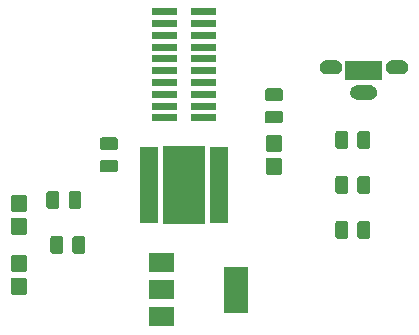
<source format=gbr>
G04 #@! TF.GenerationSoftware,KiCad,Pcbnew,(5.1.2)-2*
G04 #@! TF.CreationDate,2019-11-17T20:51:39-03:00*
G04 #@! TF.ProjectId,circuit,63697263-7569-4742-9e6b-696361645f70,rev?*
G04 #@! TF.SameCoordinates,Original*
G04 #@! TF.FileFunction,Soldermask,Top*
G04 #@! TF.FilePolarity,Negative*
%FSLAX46Y46*%
G04 Gerber Fmt 4.6, Leading zero omitted, Abs format (unit mm)*
G04 Created by KiCad (PCBNEW (5.1.2)-2) date 2019-11-17 20:51:39*
%MOMM*%
%LPD*%
G04 APERTURE LIST*
%ADD10C,0.100000*%
G04 APERTURE END LIST*
D10*
G36*
X157921000Y-86921000D02*
G01*
X155819000Y-86921000D01*
X155819000Y-85319000D01*
X157921000Y-85319000D01*
X157921000Y-86921000D01*
X157921000Y-86921000D01*
G37*
G36*
X164221000Y-85771000D02*
G01*
X162119000Y-85771000D01*
X162119000Y-81869000D01*
X164221000Y-81869000D01*
X164221000Y-85771000D01*
X164221000Y-85771000D01*
G37*
G36*
X157921000Y-84621000D02*
G01*
X155819000Y-84621000D01*
X155819000Y-83019000D01*
X157921000Y-83019000D01*
X157921000Y-84621000D01*
X157921000Y-84621000D01*
G37*
G36*
X145325781Y-82803295D02*
G01*
X145361816Y-82814227D01*
X145395024Y-82831977D01*
X145424134Y-82855866D01*
X145448023Y-82884976D01*
X145465773Y-82918184D01*
X145476705Y-82954219D01*
X145481000Y-82997831D01*
X145481000Y-84027169D01*
X145476705Y-84070781D01*
X145465773Y-84106816D01*
X145448023Y-84140024D01*
X145424134Y-84169134D01*
X145395024Y-84193023D01*
X145361816Y-84210773D01*
X145325781Y-84221705D01*
X145282169Y-84226000D01*
X144277831Y-84226000D01*
X144234219Y-84221705D01*
X144198184Y-84210773D01*
X144164976Y-84193023D01*
X144135866Y-84169134D01*
X144111977Y-84140024D01*
X144094227Y-84106816D01*
X144083295Y-84070781D01*
X144079000Y-84027169D01*
X144079000Y-82997831D01*
X144083295Y-82954219D01*
X144094227Y-82918184D01*
X144111977Y-82884976D01*
X144135866Y-82855866D01*
X144164976Y-82831977D01*
X144198184Y-82814227D01*
X144234219Y-82803295D01*
X144277831Y-82799000D01*
X145282169Y-82799000D01*
X145325781Y-82803295D01*
X145325781Y-82803295D01*
G37*
G36*
X157921000Y-82321000D02*
G01*
X155819000Y-82321000D01*
X155819000Y-80719000D01*
X157921000Y-80719000D01*
X157921000Y-82321000D01*
X157921000Y-82321000D01*
G37*
G36*
X145325781Y-80878295D02*
G01*
X145361816Y-80889227D01*
X145395024Y-80906977D01*
X145424134Y-80930866D01*
X145448023Y-80959976D01*
X145465773Y-80993184D01*
X145476705Y-81029219D01*
X145481000Y-81072831D01*
X145481000Y-82102169D01*
X145476705Y-82145781D01*
X145465773Y-82181816D01*
X145448023Y-82215024D01*
X145424134Y-82244134D01*
X145395024Y-82268023D01*
X145361816Y-82285773D01*
X145325781Y-82296705D01*
X145282169Y-82301000D01*
X144277831Y-82301000D01*
X144234219Y-82296705D01*
X144198184Y-82285773D01*
X144164976Y-82268023D01*
X144135866Y-82244134D01*
X144111977Y-82215024D01*
X144094227Y-82181816D01*
X144083295Y-82145781D01*
X144079000Y-82102169D01*
X144079000Y-81072831D01*
X144083295Y-81029219D01*
X144094227Y-80993184D01*
X144111977Y-80959976D01*
X144135866Y-80930866D01*
X144164976Y-80906977D01*
X144198184Y-80889227D01*
X144234219Y-80878295D01*
X144277831Y-80874000D01*
X145282169Y-80874000D01*
X145325781Y-80878295D01*
X145325781Y-80878295D01*
G37*
G36*
X150231968Y-79263565D02*
G01*
X150270638Y-79275296D01*
X150306277Y-79294346D01*
X150337517Y-79319983D01*
X150363154Y-79351223D01*
X150382204Y-79386862D01*
X150393935Y-79425532D01*
X150398500Y-79471888D01*
X150398500Y-80548112D01*
X150393935Y-80594468D01*
X150382204Y-80633138D01*
X150363154Y-80668777D01*
X150337517Y-80700017D01*
X150306277Y-80725654D01*
X150270638Y-80744704D01*
X150231968Y-80756435D01*
X150185612Y-80761000D01*
X149534388Y-80761000D01*
X149488032Y-80756435D01*
X149449362Y-80744704D01*
X149413723Y-80725654D01*
X149382483Y-80700017D01*
X149356846Y-80668777D01*
X149337796Y-80633138D01*
X149326065Y-80594468D01*
X149321500Y-80548112D01*
X149321500Y-79471888D01*
X149326065Y-79425532D01*
X149337796Y-79386862D01*
X149356846Y-79351223D01*
X149382483Y-79319983D01*
X149413723Y-79294346D01*
X149449362Y-79275296D01*
X149488032Y-79263565D01*
X149534388Y-79259000D01*
X150185612Y-79259000D01*
X150231968Y-79263565D01*
X150231968Y-79263565D01*
G37*
G36*
X148356968Y-79263565D02*
G01*
X148395638Y-79275296D01*
X148431277Y-79294346D01*
X148462517Y-79319983D01*
X148488154Y-79351223D01*
X148507204Y-79386862D01*
X148518935Y-79425532D01*
X148523500Y-79471888D01*
X148523500Y-80548112D01*
X148518935Y-80594468D01*
X148507204Y-80633138D01*
X148488154Y-80668777D01*
X148462517Y-80700017D01*
X148431277Y-80725654D01*
X148395638Y-80744704D01*
X148356968Y-80756435D01*
X148310612Y-80761000D01*
X147659388Y-80761000D01*
X147613032Y-80756435D01*
X147574362Y-80744704D01*
X147538723Y-80725654D01*
X147507483Y-80700017D01*
X147481846Y-80668777D01*
X147462796Y-80633138D01*
X147451065Y-80594468D01*
X147446500Y-80548112D01*
X147446500Y-79471888D01*
X147451065Y-79425532D01*
X147462796Y-79386862D01*
X147481846Y-79351223D01*
X147507483Y-79319983D01*
X147538723Y-79294346D01*
X147574362Y-79275296D01*
X147613032Y-79263565D01*
X147659388Y-79259000D01*
X148310612Y-79259000D01*
X148356968Y-79263565D01*
X148356968Y-79263565D01*
G37*
G36*
X172486968Y-77993565D02*
G01*
X172525638Y-78005296D01*
X172561277Y-78024346D01*
X172592517Y-78049983D01*
X172618154Y-78081223D01*
X172637204Y-78116862D01*
X172648935Y-78155532D01*
X172653500Y-78201888D01*
X172653500Y-79278112D01*
X172648935Y-79324468D01*
X172637204Y-79363138D01*
X172618154Y-79398777D01*
X172592517Y-79430017D01*
X172561277Y-79455654D01*
X172525638Y-79474704D01*
X172486968Y-79486435D01*
X172440612Y-79491000D01*
X171789388Y-79491000D01*
X171743032Y-79486435D01*
X171704362Y-79474704D01*
X171668723Y-79455654D01*
X171637483Y-79430017D01*
X171611846Y-79398777D01*
X171592796Y-79363138D01*
X171581065Y-79324468D01*
X171576500Y-79278112D01*
X171576500Y-78201888D01*
X171581065Y-78155532D01*
X171592796Y-78116862D01*
X171611846Y-78081223D01*
X171637483Y-78049983D01*
X171668723Y-78024346D01*
X171704362Y-78005296D01*
X171743032Y-77993565D01*
X171789388Y-77989000D01*
X172440612Y-77989000D01*
X172486968Y-77993565D01*
X172486968Y-77993565D01*
G37*
G36*
X174361968Y-77993565D02*
G01*
X174400638Y-78005296D01*
X174436277Y-78024346D01*
X174467517Y-78049983D01*
X174493154Y-78081223D01*
X174512204Y-78116862D01*
X174523935Y-78155532D01*
X174528500Y-78201888D01*
X174528500Y-79278112D01*
X174523935Y-79324468D01*
X174512204Y-79363138D01*
X174493154Y-79398777D01*
X174467517Y-79430017D01*
X174436277Y-79455654D01*
X174400638Y-79474704D01*
X174361968Y-79486435D01*
X174315612Y-79491000D01*
X173664388Y-79491000D01*
X173618032Y-79486435D01*
X173579362Y-79474704D01*
X173543723Y-79455654D01*
X173512483Y-79430017D01*
X173486846Y-79398777D01*
X173467796Y-79363138D01*
X173456065Y-79324468D01*
X173451500Y-79278112D01*
X173451500Y-78201888D01*
X173456065Y-78155532D01*
X173467796Y-78116862D01*
X173486846Y-78081223D01*
X173512483Y-78049983D01*
X173543723Y-78024346D01*
X173579362Y-78005296D01*
X173618032Y-77993565D01*
X173664388Y-77989000D01*
X174315612Y-77989000D01*
X174361968Y-77993565D01*
X174361968Y-77993565D01*
G37*
G36*
X145325781Y-77723295D02*
G01*
X145361816Y-77734227D01*
X145395024Y-77751977D01*
X145424134Y-77775866D01*
X145448023Y-77804976D01*
X145465773Y-77838184D01*
X145476705Y-77874219D01*
X145481000Y-77917831D01*
X145481000Y-78947169D01*
X145476705Y-78990781D01*
X145465773Y-79026816D01*
X145448023Y-79060024D01*
X145424134Y-79089134D01*
X145395024Y-79113023D01*
X145361816Y-79130773D01*
X145325781Y-79141705D01*
X145282169Y-79146000D01*
X144277831Y-79146000D01*
X144234219Y-79141705D01*
X144198184Y-79130773D01*
X144164976Y-79113023D01*
X144135866Y-79089134D01*
X144111977Y-79060024D01*
X144094227Y-79026816D01*
X144083295Y-78990781D01*
X144079000Y-78947169D01*
X144079000Y-77917831D01*
X144083295Y-77874219D01*
X144094227Y-77838184D01*
X144111977Y-77804976D01*
X144135866Y-77775866D01*
X144164976Y-77751977D01*
X144198184Y-77734227D01*
X144234219Y-77723295D01*
X144277831Y-77719000D01*
X145282169Y-77719000D01*
X145325781Y-77723295D01*
X145325781Y-77723295D01*
G37*
G36*
X160501000Y-78231000D02*
G01*
X156999000Y-78231000D01*
X156999000Y-71629000D01*
X160501000Y-71629000D01*
X160501000Y-78231000D01*
X160501000Y-78231000D01*
G37*
G36*
X162476000Y-78126000D02*
G01*
X160924000Y-78126000D01*
X160924000Y-71734000D01*
X162476000Y-71734000D01*
X162476000Y-78126000D01*
X162476000Y-78126000D01*
G37*
G36*
X156576000Y-78126000D02*
G01*
X155024000Y-78126000D01*
X155024000Y-71734000D01*
X156576000Y-71734000D01*
X156576000Y-78126000D01*
X156576000Y-78126000D01*
G37*
G36*
X145325781Y-75798295D02*
G01*
X145361816Y-75809227D01*
X145395024Y-75826977D01*
X145424134Y-75850866D01*
X145448023Y-75879976D01*
X145465773Y-75913184D01*
X145476705Y-75949219D01*
X145481000Y-75992831D01*
X145481000Y-77022169D01*
X145476705Y-77065781D01*
X145465773Y-77101816D01*
X145448023Y-77135024D01*
X145424134Y-77164134D01*
X145395024Y-77188023D01*
X145361816Y-77205773D01*
X145325781Y-77216705D01*
X145282169Y-77221000D01*
X144277831Y-77221000D01*
X144234219Y-77216705D01*
X144198184Y-77205773D01*
X144164976Y-77188023D01*
X144135866Y-77164134D01*
X144111977Y-77135024D01*
X144094227Y-77101816D01*
X144083295Y-77065781D01*
X144079000Y-77022169D01*
X144079000Y-75992831D01*
X144083295Y-75949219D01*
X144094227Y-75913184D01*
X144111977Y-75879976D01*
X144135866Y-75850866D01*
X144164976Y-75826977D01*
X144198184Y-75809227D01*
X144234219Y-75798295D01*
X144277831Y-75794000D01*
X145282169Y-75794000D01*
X145325781Y-75798295D01*
X145325781Y-75798295D01*
G37*
G36*
X149899468Y-75453565D02*
G01*
X149938138Y-75465296D01*
X149973777Y-75484346D01*
X150005017Y-75509983D01*
X150030654Y-75541223D01*
X150049704Y-75576862D01*
X150061435Y-75615532D01*
X150066000Y-75661888D01*
X150066000Y-76738112D01*
X150061435Y-76784468D01*
X150049704Y-76823138D01*
X150030654Y-76858777D01*
X150005017Y-76890017D01*
X149973777Y-76915654D01*
X149938138Y-76934704D01*
X149899468Y-76946435D01*
X149853112Y-76951000D01*
X149201888Y-76951000D01*
X149155532Y-76946435D01*
X149116862Y-76934704D01*
X149081223Y-76915654D01*
X149049983Y-76890017D01*
X149024346Y-76858777D01*
X149005296Y-76823138D01*
X148993565Y-76784468D01*
X148989000Y-76738112D01*
X148989000Y-75661888D01*
X148993565Y-75615532D01*
X149005296Y-75576862D01*
X149024346Y-75541223D01*
X149049983Y-75509983D01*
X149081223Y-75484346D01*
X149116862Y-75465296D01*
X149155532Y-75453565D01*
X149201888Y-75449000D01*
X149853112Y-75449000D01*
X149899468Y-75453565D01*
X149899468Y-75453565D01*
G37*
G36*
X148024468Y-75453565D02*
G01*
X148063138Y-75465296D01*
X148098777Y-75484346D01*
X148130017Y-75509983D01*
X148155654Y-75541223D01*
X148174704Y-75576862D01*
X148186435Y-75615532D01*
X148191000Y-75661888D01*
X148191000Y-76738112D01*
X148186435Y-76784468D01*
X148174704Y-76823138D01*
X148155654Y-76858777D01*
X148130017Y-76890017D01*
X148098777Y-76915654D01*
X148063138Y-76934704D01*
X148024468Y-76946435D01*
X147978112Y-76951000D01*
X147326888Y-76951000D01*
X147280532Y-76946435D01*
X147241862Y-76934704D01*
X147206223Y-76915654D01*
X147174983Y-76890017D01*
X147149346Y-76858777D01*
X147130296Y-76823138D01*
X147118565Y-76784468D01*
X147114000Y-76738112D01*
X147114000Y-75661888D01*
X147118565Y-75615532D01*
X147130296Y-75576862D01*
X147149346Y-75541223D01*
X147174983Y-75509983D01*
X147206223Y-75484346D01*
X147241862Y-75465296D01*
X147280532Y-75453565D01*
X147326888Y-75449000D01*
X147978112Y-75449000D01*
X148024468Y-75453565D01*
X148024468Y-75453565D01*
G37*
G36*
X174361968Y-74183565D02*
G01*
X174400638Y-74195296D01*
X174436277Y-74214346D01*
X174467517Y-74239983D01*
X174493154Y-74271223D01*
X174512204Y-74306862D01*
X174523935Y-74345532D01*
X174528500Y-74391888D01*
X174528500Y-75468112D01*
X174523935Y-75514468D01*
X174512204Y-75553138D01*
X174493154Y-75588777D01*
X174467517Y-75620017D01*
X174436277Y-75645654D01*
X174400638Y-75664704D01*
X174361968Y-75676435D01*
X174315612Y-75681000D01*
X173664388Y-75681000D01*
X173618032Y-75676435D01*
X173579362Y-75664704D01*
X173543723Y-75645654D01*
X173512483Y-75620017D01*
X173486846Y-75588777D01*
X173467796Y-75553138D01*
X173456065Y-75514468D01*
X173451500Y-75468112D01*
X173451500Y-74391888D01*
X173456065Y-74345532D01*
X173467796Y-74306862D01*
X173486846Y-74271223D01*
X173512483Y-74239983D01*
X173543723Y-74214346D01*
X173579362Y-74195296D01*
X173618032Y-74183565D01*
X173664388Y-74179000D01*
X174315612Y-74179000D01*
X174361968Y-74183565D01*
X174361968Y-74183565D01*
G37*
G36*
X172486968Y-74183565D02*
G01*
X172525638Y-74195296D01*
X172561277Y-74214346D01*
X172592517Y-74239983D01*
X172618154Y-74271223D01*
X172637204Y-74306862D01*
X172648935Y-74345532D01*
X172653500Y-74391888D01*
X172653500Y-75468112D01*
X172648935Y-75514468D01*
X172637204Y-75553138D01*
X172618154Y-75588777D01*
X172592517Y-75620017D01*
X172561277Y-75645654D01*
X172525638Y-75664704D01*
X172486968Y-75676435D01*
X172440612Y-75681000D01*
X171789388Y-75681000D01*
X171743032Y-75676435D01*
X171704362Y-75664704D01*
X171668723Y-75645654D01*
X171637483Y-75620017D01*
X171611846Y-75588777D01*
X171592796Y-75553138D01*
X171581065Y-75514468D01*
X171576500Y-75468112D01*
X171576500Y-74391888D01*
X171581065Y-74345532D01*
X171592796Y-74306862D01*
X171611846Y-74271223D01*
X171637483Y-74239983D01*
X171668723Y-74214346D01*
X171704362Y-74195296D01*
X171743032Y-74183565D01*
X171789388Y-74179000D01*
X172440612Y-74179000D01*
X172486968Y-74183565D01*
X172486968Y-74183565D01*
G37*
G36*
X166915781Y-72643295D02*
G01*
X166951816Y-72654227D01*
X166985024Y-72671977D01*
X167014134Y-72695866D01*
X167038023Y-72724976D01*
X167055773Y-72758184D01*
X167066705Y-72794219D01*
X167071000Y-72837831D01*
X167071000Y-73867169D01*
X167066705Y-73910781D01*
X167055773Y-73946816D01*
X167038023Y-73980024D01*
X167014134Y-74009134D01*
X166985024Y-74033023D01*
X166951816Y-74050773D01*
X166915781Y-74061705D01*
X166872169Y-74066000D01*
X165867831Y-74066000D01*
X165824219Y-74061705D01*
X165788184Y-74050773D01*
X165754976Y-74033023D01*
X165725866Y-74009134D01*
X165701977Y-73980024D01*
X165684227Y-73946816D01*
X165673295Y-73910781D01*
X165669000Y-73867169D01*
X165669000Y-72837831D01*
X165673295Y-72794219D01*
X165684227Y-72758184D01*
X165701977Y-72724976D01*
X165725866Y-72695866D01*
X165754976Y-72671977D01*
X165788184Y-72654227D01*
X165824219Y-72643295D01*
X165867831Y-72639000D01*
X166872169Y-72639000D01*
X166915781Y-72643295D01*
X166915781Y-72643295D01*
G37*
G36*
X152984468Y-72793565D02*
G01*
X153023138Y-72805296D01*
X153058777Y-72824346D01*
X153090017Y-72849983D01*
X153115654Y-72881223D01*
X153134704Y-72916862D01*
X153146435Y-72955532D01*
X153151000Y-73001888D01*
X153151000Y-73653112D01*
X153146435Y-73699468D01*
X153134704Y-73738138D01*
X153115654Y-73773777D01*
X153090017Y-73805017D01*
X153058777Y-73830654D01*
X153023138Y-73849704D01*
X152984468Y-73861435D01*
X152938112Y-73866000D01*
X151861888Y-73866000D01*
X151815532Y-73861435D01*
X151776862Y-73849704D01*
X151741223Y-73830654D01*
X151709983Y-73805017D01*
X151684346Y-73773777D01*
X151665296Y-73738138D01*
X151653565Y-73699468D01*
X151649000Y-73653112D01*
X151649000Y-73001888D01*
X151653565Y-72955532D01*
X151665296Y-72916862D01*
X151684346Y-72881223D01*
X151709983Y-72849983D01*
X151741223Y-72824346D01*
X151776862Y-72805296D01*
X151815532Y-72793565D01*
X151861888Y-72789000D01*
X152938112Y-72789000D01*
X152984468Y-72793565D01*
X152984468Y-72793565D01*
G37*
G36*
X166915781Y-70718295D02*
G01*
X166951816Y-70729227D01*
X166985024Y-70746977D01*
X167014134Y-70770866D01*
X167038023Y-70799976D01*
X167055773Y-70833184D01*
X167066705Y-70869219D01*
X167071000Y-70912831D01*
X167071000Y-71942169D01*
X167066705Y-71985781D01*
X167055773Y-72021816D01*
X167038023Y-72055024D01*
X167014134Y-72084134D01*
X166985024Y-72108023D01*
X166951816Y-72125773D01*
X166915781Y-72136705D01*
X166872169Y-72141000D01*
X165867831Y-72141000D01*
X165824219Y-72136705D01*
X165788184Y-72125773D01*
X165754976Y-72108023D01*
X165725866Y-72084134D01*
X165701977Y-72055024D01*
X165684227Y-72021816D01*
X165673295Y-71985781D01*
X165669000Y-71942169D01*
X165669000Y-70912831D01*
X165673295Y-70869219D01*
X165684227Y-70833184D01*
X165701977Y-70799976D01*
X165725866Y-70770866D01*
X165754976Y-70746977D01*
X165788184Y-70729227D01*
X165824219Y-70718295D01*
X165867831Y-70714000D01*
X166872169Y-70714000D01*
X166915781Y-70718295D01*
X166915781Y-70718295D01*
G37*
G36*
X152984468Y-70918565D02*
G01*
X153023138Y-70930296D01*
X153058777Y-70949346D01*
X153090017Y-70974983D01*
X153115654Y-71006223D01*
X153134704Y-71041862D01*
X153146435Y-71080532D01*
X153151000Y-71126888D01*
X153151000Y-71778112D01*
X153146435Y-71824468D01*
X153134704Y-71863138D01*
X153115654Y-71898777D01*
X153090017Y-71930017D01*
X153058777Y-71955654D01*
X153023138Y-71974704D01*
X152984468Y-71986435D01*
X152938112Y-71991000D01*
X151861888Y-71991000D01*
X151815532Y-71986435D01*
X151776862Y-71974704D01*
X151741223Y-71955654D01*
X151709983Y-71930017D01*
X151684346Y-71898777D01*
X151665296Y-71863138D01*
X151653565Y-71824468D01*
X151649000Y-71778112D01*
X151649000Y-71126888D01*
X151653565Y-71080532D01*
X151665296Y-71041862D01*
X151684346Y-71006223D01*
X151709983Y-70974983D01*
X151741223Y-70949346D01*
X151776862Y-70930296D01*
X151815532Y-70918565D01*
X151861888Y-70914000D01*
X152938112Y-70914000D01*
X152984468Y-70918565D01*
X152984468Y-70918565D01*
G37*
G36*
X174361968Y-70373565D02*
G01*
X174400638Y-70385296D01*
X174436277Y-70404346D01*
X174467517Y-70429983D01*
X174493154Y-70461223D01*
X174512204Y-70496862D01*
X174523935Y-70535532D01*
X174528500Y-70581888D01*
X174528500Y-71658112D01*
X174523935Y-71704468D01*
X174512204Y-71743138D01*
X174493154Y-71778777D01*
X174467517Y-71810017D01*
X174436277Y-71835654D01*
X174400638Y-71854704D01*
X174361968Y-71866435D01*
X174315612Y-71871000D01*
X173664388Y-71871000D01*
X173618032Y-71866435D01*
X173579362Y-71854704D01*
X173543723Y-71835654D01*
X173512483Y-71810017D01*
X173486846Y-71778777D01*
X173467796Y-71743138D01*
X173456065Y-71704468D01*
X173451500Y-71658112D01*
X173451500Y-70581888D01*
X173456065Y-70535532D01*
X173467796Y-70496862D01*
X173486846Y-70461223D01*
X173512483Y-70429983D01*
X173543723Y-70404346D01*
X173579362Y-70385296D01*
X173618032Y-70373565D01*
X173664388Y-70369000D01*
X174315612Y-70369000D01*
X174361968Y-70373565D01*
X174361968Y-70373565D01*
G37*
G36*
X172486968Y-70373565D02*
G01*
X172525638Y-70385296D01*
X172561277Y-70404346D01*
X172592517Y-70429983D01*
X172618154Y-70461223D01*
X172637204Y-70496862D01*
X172648935Y-70535532D01*
X172653500Y-70581888D01*
X172653500Y-71658112D01*
X172648935Y-71704468D01*
X172637204Y-71743138D01*
X172618154Y-71778777D01*
X172592517Y-71810017D01*
X172561277Y-71835654D01*
X172525638Y-71854704D01*
X172486968Y-71866435D01*
X172440612Y-71871000D01*
X171789388Y-71871000D01*
X171743032Y-71866435D01*
X171704362Y-71854704D01*
X171668723Y-71835654D01*
X171637483Y-71810017D01*
X171611846Y-71778777D01*
X171592796Y-71743138D01*
X171581065Y-71704468D01*
X171576500Y-71658112D01*
X171576500Y-70581888D01*
X171581065Y-70535532D01*
X171592796Y-70496862D01*
X171611846Y-70461223D01*
X171637483Y-70429983D01*
X171668723Y-70404346D01*
X171704362Y-70385296D01*
X171743032Y-70373565D01*
X171789388Y-70369000D01*
X172440612Y-70369000D01*
X172486968Y-70373565D01*
X172486968Y-70373565D01*
G37*
G36*
X166954468Y-68651065D02*
G01*
X166993138Y-68662796D01*
X167028777Y-68681846D01*
X167060017Y-68707483D01*
X167085654Y-68738723D01*
X167104704Y-68774362D01*
X167116435Y-68813032D01*
X167121000Y-68859388D01*
X167121000Y-69510612D01*
X167116435Y-69556968D01*
X167104704Y-69595638D01*
X167085654Y-69631277D01*
X167060017Y-69662517D01*
X167028777Y-69688154D01*
X166993138Y-69707204D01*
X166954468Y-69718935D01*
X166908112Y-69723500D01*
X165831888Y-69723500D01*
X165785532Y-69718935D01*
X165746862Y-69707204D01*
X165711223Y-69688154D01*
X165679983Y-69662517D01*
X165654346Y-69631277D01*
X165635296Y-69595638D01*
X165623565Y-69556968D01*
X165619000Y-69510612D01*
X165619000Y-68859388D01*
X165623565Y-68813032D01*
X165635296Y-68774362D01*
X165654346Y-68738723D01*
X165679983Y-68707483D01*
X165711223Y-68681846D01*
X165746862Y-68662796D01*
X165785532Y-68651065D01*
X165831888Y-68646500D01*
X166908112Y-68646500D01*
X166954468Y-68651065D01*
X166954468Y-68651065D01*
G37*
G36*
X161451000Y-69571000D02*
G01*
X159349000Y-69571000D01*
X159349000Y-68969000D01*
X161451000Y-68969000D01*
X161451000Y-69571000D01*
X161451000Y-69571000D01*
G37*
G36*
X158151000Y-69571000D02*
G01*
X156049000Y-69571000D01*
X156049000Y-68969000D01*
X158151000Y-68969000D01*
X158151000Y-69571000D01*
X158151000Y-69571000D01*
G37*
G36*
X161451000Y-68571000D02*
G01*
X159349000Y-68571000D01*
X159349000Y-67969000D01*
X161451000Y-67969000D01*
X161451000Y-68571000D01*
X161451000Y-68571000D01*
G37*
G36*
X158151000Y-68571000D02*
G01*
X156049000Y-68571000D01*
X156049000Y-67969000D01*
X158151000Y-67969000D01*
X158151000Y-68571000D01*
X158151000Y-68571000D01*
G37*
G36*
X166954468Y-66776065D02*
G01*
X166993138Y-66787796D01*
X167028777Y-66806846D01*
X167060017Y-66832483D01*
X167085654Y-66863723D01*
X167104704Y-66899362D01*
X167116435Y-66938032D01*
X167121000Y-66984388D01*
X167121000Y-67635612D01*
X167116435Y-67681968D01*
X167104704Y-67720638D01*
X167085654Y-67756277D01*
X167060017Y-67787517D01*
X167028777Y-67813154D01*
X166993138Y-67832204D01*
X166954468Y-67843935D01*
X166908112Y-67848500D01*
X165831888Y-67848500D01*
X165785532Y-67843935D01*
X165746862Y-67832204D01*
X165711223Y-67813154D01*
X165679983Y-67787517D01*
X165654346Y-67756277D01*
X165635296Y-67720638D01*
X165623565Y-67681968D01*
X165619000Y-67635612D01*
X165619000Y-66984388D01*
X165623565Y-66938032D01*
X165635296Y-66899362D01*
X165654346Y-66863723D01*
X165679983Y-66832483D01*
X165711223Y-66806846D01*
X165746862Y-66787796D01*
X165785532Y-66776065D01*
X165831888Y-66771500D01*
X166908112Y-66771500D01*
X166954468Y-66776065D01*
X166954468Y-66776065D01*
G37*
G36*
X174657818Y-66522696D02*
G01*
X174771105Y-66557062D01*
X174875512Y-66612869D01*
X174967027Y-66687973D01*
X175042131Y-66779488D01*
X175097938Y-66883895D01*
X175132304Y-66997182D01*
X175143907Y-67115000D01*
X175132304Y-67232818D01*
X175097938Y-67346105D01*
X175042131Y-67450512D01*
X174967027Y-67542027D01*
X174875512Y-67617131D01*
X174771105Y-67672938D01*
X174657818Y-67707304D01*
X174569519Y-67716000D01*
X173410481Y-67716000D01*
X173322182Y-67707304D01*
X173208895Y-67672938D01*
X173104488Y-67617131D01*
X173012973Y-67542027D01*
X172937869Y-67450512D01*
X172882062Y-67346105D01*
X172847696Y-67232818D01*
X172836093Y-67115000D01*
X172847696Y-66997182D01*
X172882062Y-66883895D01*
X172937869Y-66779488D01*
X173012973Y-66687973D01*
X173104488Y-66612869D01*
X173208895Y-66557062D01*
X173322182Y-66522696D01*
X173410481Y-66514000D01*
X174569519Y-66514000D01*
X174657818Y-66522696D01*
X174657818Y-66522696D01*
G37*
G36*
X158151000Y-67571000D02*
G01*
X156049000Y-67571000D01*
X156049000Y-66969000D01*
X158151000Y-66969000D01*
X158151000Y-67571000D01*
X158151000Y-67571000D01*
G37*
G36*
X161451000Y-67571000D02*
G01*
X159349000Y-67571000D01*
X159349000Y-66969000D01*
X161451000Y-66969000D01*
X161451000Y-67571000D01*
X161451000Y-67571000D01*
G37*
G36*
X161451000Y-66571000D02*
G01*
X159349000Y-66571000D01*
X159349000Y-65969000D01*
X161451000Y-65969000D01*
X161451000Y-66571000D01*
X161451000Y-66571000D01*
G37*
G36*
X158151000Y-66571000D02*
G01*
X156049000Y-66571000D01*
X156049000Y-65969000D01*
X158151000Y-65969000D01*
X158151000Y-66571000D01*
X158151000Y-66571000D01*
G37*
G36*
X175566000Y-66016000D02*
G01*
X172414000Y-66016000D01*
X172414000Y-64414000D01*
X175566000Y-64414000D01*
X175566000Y-66016000D01*
X175566000Y-66016000D01*
G37*
G36*
X161451000Y-65571000D02*
G01*
X159349000Y-65571000D01*
X159349000Y-64969000D01*
X161451000Y-64969000D01*
X161451000Y-65571000D01*
X161451000Y-65571000D01*
G37*
G36*
X158151000Y-65571000D02*
G01*
X156049000Y-65571000D01*
X156049000Y-64969000D01*
X158151000Y-64969000D01*
X158151000Y-65571000D01*
X158151000Y-65571000D01*
G37*
G36*
X177257818Y-64372696D02*
G01*
X177371105Y-64407062D01*
X177475512Y-64462869D01*
X177567027Y-64537973D01*
X177642131Y-64629488D01*
X177697938Y-64733895D01*
X177732304Y-64847182D01*
X177743907Y-64965000D01*
X177732304Y-65082818D01*
X177697938Y-65196105D01*
X177642131Y-65300512D01*
X177567027Y-65392027D01*
X177475512Y-65467131D01*
X177371105Y-65522938D01*
X177257818Y-65557304D01*
X177169519Y-65566000D01*
X176410481Y-65566000D01*
X176322182Y-65557304D01*
X176208895Y-65522938D01*
X176104488Y-65467131D01*
X176012973Y-65392027D01*
X175937869Y-65300512D01*
X175882062Y-65196105D01*
X175847696Y-65082818D01*
X175836093Y-64965000D01*
X175847696Y-64847182D01*
X175882062Y-64733895D01*
X175937869Y-64629488D01*
X176012973Y-64537973D01*
X176104488Y-64462869D01*
X176208895Y-64407062D01*
X176322182Y-64372696D01*
X176410481Y-64364000D01*
X177169519Y-64364000D01*
X177257818Y-64372696D01*
X177257818Y-64372696D01*
G37*
G36*
X171657818Y-64372696D02*
G01*
X171771105Y-64407062D01*
X171875512Y-64462869D01*
X171967027Y-64537973D01*
X172042131Y-64629488D01*
X172097938Y-64733895D01*
X172132304Y-64847182D01*
X172143907Y-64965000D01*
X172132304Y-65082818D01*
X172097938Y-65196105D01*
X172042131Y-65300512D01*
X171967027Y-65392027D01*
X171875512Y-65467131D01*
X171771105Y-65522938D01*
X171657818Y-65557304D01*
X171569519Y-65566000D01*
X170810481Y-65566000D01*
X170722182Y-65557304D01*
X170608895Y-65522938D01*
X170504488Y-65467131D01*
X170412973Y-65392027D01*
X170337869Y-65300512D01*
X170282062Y-65196105D01*
X170247696Y-65082818D01*
X170236093Y-64965000D01*
X170247696Y-64847182D01*
X170282062Y-64733895D01*
X170337869Y-64629488D01*
X170412973Y-64537973D01*
X170504488Y-64462869D01*
X170608895Y-64407062D01*
X170722182Y-64372696D01*
X170810481Y-64364000D01*
X171569519Y-64364000D01*
X171657818Y-64372696D01*
X171657818Y-64372696D01*
G37*
G36*
X158151000Y-64571000D02*
G01*
X156049000Y-64571000D01*
X156049000Y-63969000D01*
X158151000Y-63969000D01*
X158151000Y-64571000D01*
X158151000Y-64571000D01*
G37*
G36*
X161451000Y-64571000D02*
G01*
X159349000Y-64571000D01*
X159349000Y-63969000D01*
X161451000Y-63969000D01*
X161451000Y-64571000D01*
X161451000Y-64571000D01*
G37*
G36*
X158151000Y-63571000D02*
G01*
X156049000Y-63571000D01*
X156049000Y-62969000D01*
X158151000Y-62969000D01*
X158151000Y-63571000D01*
X158151000Y-63571000D01*
G37*
G36*
X161451000Y-63571000D02*
G01*
X159349000Y-63571000D01*
X159349000Y-62969000D01*
X161451000Y-62969000D01*
X161451000Y-63571000D01*
X161451000Y-63571000D01*
G37*
G36*
X161451000Y-62571000D02*
G01*
X159349000Y-62571000D01*
X159349000Y-61969000D01*
X161451000Y-61969000D01*
X161451000Y-62571000D01*
X161451000Y-62571000D01*
G37*
G36*
X158151000Y-62571000D02*
G01*
X156049000Y-62571000D01*
X156049000Y-61969000D01*
X158151000Y-61969000D01*
X158151000Y-62571000D01*
X158151000Y-62571000D01*
G37*
G36*
X158151000Y-61571000D02*
G01*
X156049000Y-61571000D01*
X156049000Y-60969000D01*
X158151000Y-60969000D01*
X158151000Y-61571000D01*
X158151000Y-61571000D01*
G37*
G36*
X161451000Y-61571000D02*
G01*
X159349000Y-61571000D01*
X159349000Y-60969000D01*
X161451000Y-60969000D01*
X161451000Y-61571000D01*
X161451000Y-61571000D01*
G37*
G36*
X161451000Y-60571000D02*
G01*
X159349000Y-60571000D01*
X159349000Y-59969000D01*
X161451000Y-59969000D01*
X161451000Y-60571000D01*
X161451000Y-60571000D01*
G37*
G36*
X158151000Y-60571000D02*
G01*
X156049000Y-60571000D01*
X156049000Y-59969000D01*
X158151000Y-59969000D01*
X158151000Y-60571000D01*
X158151000Y-60571000D01*
G37*
M02*

</source>
